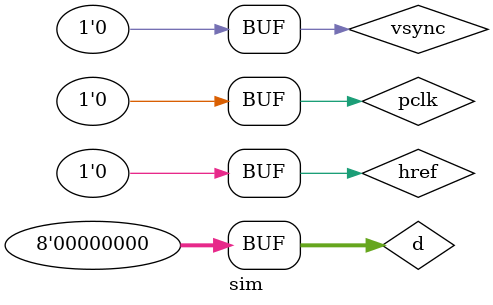
<source format=v>
`timescale 1ns / 1ps


module sim;

	// Inputs
	reg pclk;
	reg vsync;
	reg href;
	reg [7:0] d;

	// Outputs
	wire [16:0] addr;
	wire [11:0] dout;
	wire we;

	// Instantiate the Unit Under Test (UUT)
	ov7670_capture uut (
		.pclk(pclk), 
		.vsync(vsync), 
		.href(href), 
		.d(d), 
		.addr(addr), 
		.dout(dout), 
		.we(we)
	);

	initial begin
		// Initialize Inputs
		pclk = 0;
		vsync = 0;
		href = 0;
		d = 0;

		// Wait 100 ns for global reset to finish
		#100;
        
		// Add stimulus here

	end
      
endmodule


</source>
